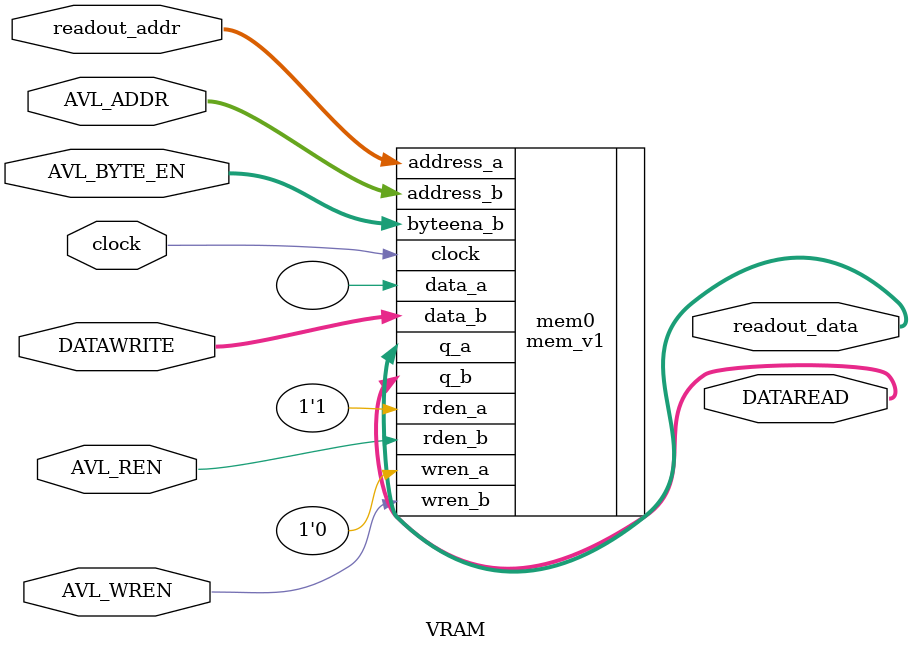
<source format=sv>
module VRAM ( 	input clock,
					input	[10:0] readout_addr,
					input [10:0] AVL_ADDR,
					input	[31:0] DATAWRITE,
					input	AVL_WREN,
					input AVL_REN,
					input [3:0] AVL_BYTE_EN,
					output [31:0] DATAREAD,
					output [31:0] readout_data
);

mem_v1 mem0 (.clock(clock), .address_a(readout_addr), .data_a(), .q_a(readout_data), .wren_a(1'b0), .rden_a(1'b1),
				 .address_b(AVL_ADDR), .byteena_b(AVL_BYTE_EN), .data_b(DATAWRITE), .q_b(DATAREAD), .wren_b(AVL_WREN), .rden_b(AVL_REN));
				
endmodule

</source>
